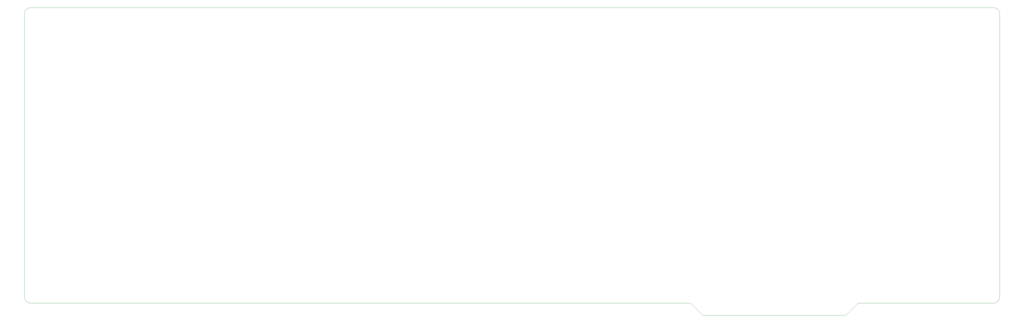
<source format=gm1>
G04 #@! TF.GenerationSoftware,KiCad,Pcbnew,(5.1.5)-3*
G04 #@! TF.CreationDate,2020-11-22T05:14:57-08:00*
G04 #@! TF.ProjectId,Unlined PCB,556e6c69-6e65-4642-9050-43422e6b6963,rev?*
G04 #@! TF.SameCoordinates,Original*
G04 #@! TF.FileFunction,Profile,NP*
%FSLAX46Y46*%
G04 Gerber Fmt 4.6, Leading zero omitted, Abs format (unit mm)*
G04 Created by KiCad (PCBNEW (5.1.5)-3) date 2020-11-22 05:14:57*
%MOMM*%
%LPD*%
G04 APERTURE LIST*
%ADD10C,0.050000*%
G04 APERTURE END LIST*
D10*
X26204801Y-16868399D02*
X26204801Y-129992799D01*
X359227603Y-132494398D02*
X413398801Y-132495998D01*
X28704800Y-132494398D02*
G75*
G02X26204801Y-129992799I1601J2501599D01*
G01*
X292403601Y-132494398D02*
X297227603Y-137318400D01*
X354403601Y-137318400D02*
X297227603Y-137318400D01*
X359227603Y-132494398D02*
X354403601Y-137318400D01*
X292403601Y-132494398D02*
X28704800Y-132494398D01*
X415900400Y-129995999D02*
G75*
G02X413398801Y-132495998I-2501599J1601D01*
G01*
X415900400Y-16871599D02*
X415900400Y-129995999D01*
X28706400Y-14368400D02*
X413400401Y-14370000D01*
X413400401Y-14370000D02*
G75*
G02X415900400Y-16871599I-1601J-2501599D01*
G01*
X26204801Y-16868399D02*
G75*
G02X28706400Y-14368400I2501599J-1601D01*
G01*
M02*

</source>
